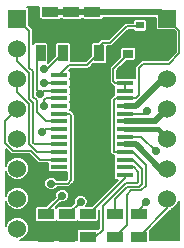
<source format=gtl>
G04 (created by PCBNEW-RS274X (2012-01-19 BZR 3256)-stable) date 2013-01-22 오후 1:13:22*
G01*
G70*
G90*
%MOIN*%
G04 Gerber Fmt 3.4, Leading zero omitted, Abs format*
%FSLAX34Y34*%
G04 APERTURE LIST*
%ADD10C,0.006000*%
%ADD11R,0.055000X0.035000*%
%ADD12R,0.035000X0.055000*%
%ADD13R,0.057900X0.016500*%
%ADD14R,0.122000X0.203900*%
%ADD15C,0.028000*%
%ADD16R,0.027600X0.023600*%
%ADD17R,0.035400X0.027600*%
%ADD18R,0.060000X0.060000*%
%ADD19C,0.060000*%
%ADD20C,0.020000*%
%ADD21C,0.016000*%
G04 APERTURE END LIST*
G54D10*
G54D11*
X44890Y-45475D03*
X44890Y-44725D03*
G54D12*
X44375Y-39350D03*
X43625Y-39350D03*
G54D11*
X42750Y-37975D03*
X42750Y-38725D03*
X44000Y-44725D03*
X44000Y-45475D03*
X44150Y-37975D03*
X44150Y-38725D03*
X43450Y-37975D03*
X43450Y-38725D03*
X43300Y-44725D03*
X43300Y-45475D03*
X42600Y-44725D03*
X42600Y-45475D03*
X45700Y-45475D03*
X45700Y-44725D03*
G54D12*
X43175Y-39350D03*
X42425Y-39350D03*
G54D13*
X45252Y-41878D03*
X45252Y-41622D03*
X45252Y-41366D03*
X45252Y-41110D03*
X43050Y-42642D03*
X45252Y-42646D03*
X45252Y-42390D03*
X45252Y-42134D03*
X43048Y-40854D03*
X43048Y-41110D03*
X43048Y-41366D03*
X43048Y-41622D03*
X43048Y-41878D03*
X43048Y-42134D03*
X45252Y-40854D03*
X43050Y-42390D03*
X45252Y-42902D03*
X45252Y-40598D03*
X43048Y-40598D03*
X43048Y-42902D03*
X45252Y-43157D03*
X45252Y-40343D03*
X43048Y-40343D03*
X43048Y-43157D03*
X45252Y-43413D03*
X45252Y-40087D03*
X43048Y-40087D03*
X43048Y-43413D03*
G54D14*
X44150Y-41750D03*
G54D15*
X43750Y-40950D03*
X44150Y-40950D03*
X44550Y-40950D03*
X43750Y-41350D03*
X44150Y-41350D03*
X44550Y-41350D03*
X43750Y-41750D03*
X44150Y-41750D03*
X44550Y-41750D03*
X43750Y-42150D03*
X44150Y-42150D03*
X44550Y-42150D03*
X43750Y-42550D03*
X44150Y-42550D03*
X44550Y-42550D03*
G54D16*
X45744Y-38428D03*
G54D17*
X45350Y-39372D03*
G54D16*
X44956Y-38428D03*
G54D18*
X41650Y-38200D03*
G54D19*
X41650Y-39200D03*
X41650Y-40200D03*
X41650Y-41200D03*
X41650Y-42200D03*
X41650Y-43200D03*
X41650Y-44200D03*
X41650Y-45200D03*
G54D18*
X46650Y-38200D03*
G54D19*
X46650Y-39200D03*
X46650Y-40200D03*
X46650Y-41200D03*
X46650Y-42200D03*
X46650Y-43200D03*
X46650Y-44200D03*
X46650Y-45200D03*
G54D15*
X42780Y-43700D03*
X42530Y-39880D03*
X43760Y-44300D03*
X46260Y-42610D03*
X43150Y-44100D03*
X45960Y-41280D03*
X42540Y-40340D03*
X42410Y-40700D03*
X42470Y-41980D03*
X44550Y-40500D03*
X43750Y-40100D03*
X44150Y-40100D03*
X44150Y-40500D03*
X44550Y-40100D03*
X44550Y-43100D03*
X43750Y-43100D03*
X44150Y-43100D03*
X44550Y-43500D03*
X43750Y-43500D03*
X44150Y-43500D03*
X43750Y-40500D03*
X45950Y-44320D03*
X42540Y-41120D03*
G54D20*
X45252Y-42390D02*
X45600Y-42390D01*
X46410Y-43200D02*
X46650Y-43200D01*
X45600Y-42390D02*
X46410Y-43200D01*
G54D21*
X45252Y-41878D02*
X46328Y-41878D01*
X46328Y-41878D02*
X46650Y-42200D01*
G54D20*
X46520Y-40200D02*
X46650Y-40200D01*
X45610Y-41110D02*
X46520Y-40200D01*
X45252Y-41110D02*
X45610Y-41110D01*
X46228Y-41622D02*
X46650Y-41200D01*
X45252Y-41622D02*
X46228Y-41622D01*
G54D21*
X46228Y-41622D02*
X46650Y-41200D01*
G54D10*
X44043Y-44725D02*
X44000Y-44725D01*
X45252Y-43510D02*
X45252Y-43516D01*
X45252Y-43510D02*
X45252Y-43413D01*
X45252Y-43516D02*
X44043Y-44725D01*
X44490Y-44450D02*
X45260Y-43680D01*
X45680Y-43310D02*
X45680Y-43646D01*
X44000Y-45475D02*
X44255Y-45475D01*
X45260Y-43680D02*
X45646Y-43680D01*
X45252Y-43157D02*
X45527Y-43157D01*
X45680Y-43646D02*
X45646Y-43680D01*
X44255Y-45475D02*
X44490Y-45240D01*
X45527Y-43157D02*
X45680Y-43310D01*
X44490Y-45240D02*
X44490Y-44450D01*
X43386Y-41366D02*
X43440Y-41420D01*
X43048Y-41366D02*
X43386Y-41366D01*
X43440Y-41420D02*
X43440Y-43590D01*
X42780Y-43700D02*
X43330Y-43700D01*
X43330Y-43700D02*
X43440Y-43590D01*
X42172Y-39960D02*
X42050Y-39838D01*
X42302Y-41310D02*
X42302Y-40930D01*
X42050Y-39838D02*
X42050Y-38600D01*
X42050Y-38600D02*
X41650Y-38200D01*
X43048Y-41622D02*
X42614Y-41622D01*
X42172Y-40800D02*
X42172Y-39960D01*
X42614Y-41622D02*
X42302Y-41310D01*
X42302Y-40930D02*
X42172Y-40800D01*
X46650Y-44525D02*
X46650Y-44200D01*
X45700Y-45475D02*
X46650Y-44525D01*
X43175Y-39350D02*
X42645Y-39880D01*
X42645Y-39880D02*
X42530Y-39880D01*
X43300Y-44725D02*
X43335Y-44725D01*
X45252Y-42134D02*
X45784Y-42134D01*
X45784Y-42134D02*
X46260Y-42610D01*
X43335Y-44725D02*
X43760Y-44300D01*
X42600Y-44650D02*
X43150Y-44100D01*
X45874Y-41366D02*
X45960Y-41280D01*
X45252Y-41366D02*
X45874Y-41366D01*
X42600Y-44725D02*
X42600Y-44650D01*
X42232Y-42390D02*
X42180Y-42338D01*
X41650Y-39610D02*
X41650Y-39200D01*
X43050Y-42390D02*
X42232Y-42390D01*
X42050Y-40868D02*
X42050Y-40010D01*
X42180Y-40998D02*
X42050Y-40868D01*
X42180Y-42338D02*
X42180Y-40998D01*
X42050Y-40010D02*
X41650Y-39610D01*
X41650Y-40640D02*
X41650Y-40200D01*
X42312Y-42642D02*
X42050Y-42380D01*
X42050Y-42380D02*
X42050Y-41040D01*
X43050Y-42642D02*
X42312Y-42642D01*
X42050Y-41040D02*
X41650Y-40640D01*
X41250Y-41600D02*
X41650Y-41200D01*
X41490Y-42600D02*
X41250Y-42360D01*
X42392Y-42902D02*
X42090Y-42600D01*
X43048Y-42902D02*
X42392Y-42902D01*
X42090Y-42600D02*
X41490Y-42600D01*
X41250Y-42360D02*
X41250Y-41600D01*
X45252Y-40343D02*
X44907Y-40343D01*
X44850Y-39872D02*
X45350Y-39372D01*
X44850Y-40286D02*
X44850Y-39872D01*
X44907Y-40343D02*
X44850Y-40286D01*
X45252Y-40598D02*
X45252Y-40343D01*
X42540Y-40340D02*
X42783Y-40343D01*
X42783Y-40343D02*
X43048Y-40343D01*
X42512Y-40598D02*
X43048Y-40598D01*
X42294Y-39481D02*
X42425Y-39350D01*
X42410Y-40700D02*
X42294Y-40584D01*
X42294Y-40584D02*
X42294Y-39481D01*
X42410Y-40700D02*
X42512Y-40598D01*
X42572Y-41878D02*
X42470Y-41980D01*
X43048Y-41878D02*
X42572Y-41878D01*
X45802Y-43202D02*
X45802Y-43708D01*
X45802Y-43708D02*
X45708Y-43802D01*
X45310Y-43802D02*
X44890Y-44222D01*
X45252Y-42902D02*
X45502Y-42902D01*
X44890Y-44222D02*
X44890Y-44725D01*
X45708Y-43802D02*
X45310Y-43802D01*
X45502Y-42902D02*
X45802Y-43202D01*
X45297Y-38453D02*
X45300Y-38453D01*
X44500Y-39000D02*
X44750Y-39000D01*
X43975Y-39750D02*
X44375Y-39350D01*
X44275Y-39225D02*
X44500Y-39000D01*
X43385Y-39750D02*
X43975Y-39750D01*
X44375Y-39350D02*
X44275Y-39225D01*
X43048Y-40087D02*
X43385Y-39750D01*
X44750Y-39000D02*
X45297Y-38453D01*
X45719Y-38453D02*
X45744Y-38428D01*
X45300Y-38453D02*
X45719Y-38453D01*
X44150Y-41750D02*
X43750Y-41350D01*
X43750Y-42150D02*
X43750Y-43500D01*
X43750Y-41350D02*
X43750Y-41100D01*
X44150Y-40100D02*
X44550Y-40100D01*
X44550Y-43100D02*
X44150Y-43100D01*
X43750Y-41350D02*
X43750Y-40100D01*
X44550Y-40500D02*
X44150Y-40500D01*
X44150Y-43500D02*
X44550Y-43500D01*
X44150Y-41750D02*
X43750Y-42150D01*
X43048Y-40854D02*
X42604Y-40854D01*
X42540Y-40918D02*
X42604Y-40854D01*
X45700Y-44570D02*
X45950Y-44320D01*
X42604Y-40854D02*
X43048Y-40854D01*
X45700Y-44725D02*
X45700Y-44570D01*
X42540Y-41120D02*
X42540Y-40918D01*
X46590Y-39700D02*
X46710Y-39700D01*
X47050Y-38600D02*
X46650Y-38200D01*
X47050Y-39360D02*
X47050Y-38600D01*
X46710Y-39700D02*
X47050Y-39360D01*
X44926Y-40854D02*
X45252Y-40854D01*
G54D20*
X46425Y-37975D02*
X46650Y-38200D01*
G54D10*
X45700Y-39850D02*
X45850Y-39700D01*
X45850Y-39700D02*
X46590Y-39700D01*
X44860Y-40920D02*
X44926Y-40854D01*
G54D20*
X42750Y-37975D02*
X46425Y-37975D01*
G54D10*
X44860Y-42620D02*
X44860Y-40920D01*
X45252Y-42646D02*
X44886Y-42646D01*
G54D20*
X44150Y-37975D02*
X46425Y-37975D01*
G54D10*
X44886Y-42646D02*
X44860Y-42620D01*
X45596Y-40854D02*
X45700Y-40750D01*
G54D20*
X46425Y-37975D02*
X46650Y-38200D01*
X43450Y-37975D02*
X44150Y-37975D01*
G54D10*
X45252Y-42646D02*
X45496Y-42646D01*
X45700Y-40750D02*
X45700Y-39850D01*
X45252Y-40854D02*
X45596Y-40854D01*
X45766Y-43924D02*
X45456Y-43924D01*
X45290Y-45075D02*
X44890Y-45475D01*
X45456Y-43924D02*
X45290Y-44090D01*
X45496Y-42646D02*
X45924Y-43074D01*
X45290Y-44090D02*
X45290Y-45075D01*
X45924Y-43074D02*
X45924Y-43766D01*
X45924Y-43766D02*
X45766Y-43924D01*
G36*
X46930Y-39310D02*
X46660Y-39580D01*
X46590Y-39580D01*
X45850Y-39580D01*
X45804Y-39589D01*
X45765Y-39615D01*
X45615Y-39765D01*
X45589Y-39804D01*
X45580Y-39850D01*
X45580Y-40180D01*
X45558Y-40172D01*
X45523Y-40172D01*
X44970Y-40172D01*
X44970Y-39922D01*
X45293Y-39599D01*
X45545Y-39599D01*
X45578Y-39585D01*
X45603Y-39560D01*
X45616Y-39527D01*
X45616Y-39492D01*
X45616Y-39216D01*
X45602Y-39183D01*
X45577Y-39158D01*
X45544Y-39145D01*
X45509Y-39145D01*
X45155Y-39145D01*
X45122Y-39159D01*
X45097Y-39184D01*
X45084Y-39217D01*
X45084Y-39252D01*
X45084Y-39468D01*
X44765Y-39787D01*
X44739Y-39826D01*
X44730Y-39872D01*
X44730Y-40286D01*
X44739Y-40332D01*
X44765Y-40371D01*
X44820Y-40425D01*
X44822Y-40428D01*
X44861Y-40454D01*
X44880Y-40457D01*
X44885Y-40469D01*
X44874Y-40499D01*
X44874Y-40534D01*
X44874Y-40698D01*
X44885Y-40725D01*
X44878Y-40744D01*
X44841Y-40769D01*
X44775Y-40835D01*
X44749Y-40874D01*
X44740Y-40920D01*
X44740Y-42620D01*
X44749Y-42666D01*
X44775Y-42705D01*
X44799Y-42728D01*
X44801Y-42731D01*
X44839Y-42756D01*
X44840Y-42757D01*
X44876Y-42764D01*
X44882Y-42765D01*
X44885Y-42773D01*
X44874Y-42803D01*
X44874Y-42838D01*
X44874Y-43002D01*
X44885Y-43028D01*
X44874Y-43058D01*
X44874Y-43093D01*
X44874Y-43257D01*
X44885Y-43284D01*
X44874Y-43314D01*
X44874Y-43349D01*
X44874Y-43513D01*
X44888Y-43546D01*
X44913Y-43571D01*
X44946Y-43584D01*
X44981Y-43584D01*
X45014Y-43584D01*
X44137Y-44461D01*
X43924Y-44461D01*
X43954Y-44431D01*
X43990Y-44346D01*
X43990Y-44255D01*
X43955Y-44170D01*
X43891Y-44106D01*
X43806Y-44070D01*
X43715Y-44070D01*
X43630Y-44105D01*
X43566Y-44169D01*
X43530Y-44254D01*
X43530Y-44345D01*
X43534Y-44355D01*
X43429Y-44461D01*
X43007Y-44461D01*
X42974Y-44475D01*
X42950Y-44499D01*
X42935Y-44484D01*
X43093Y-44325D01*
X43104Y-44330D01*
X43195Y-44330D01*
X43280Y-44295D01*
X43344Y-44231D01*
X43380Y-44146D01*
X43380Y-44055D01*
X43345Y-43970D01*
X43281Y-43906D01*
X43196Y-43870D01*
X43105Y-43870D01*
X43020Y-43905D01*
X42956Y-43969D01*
X42920Y-44054D01*
X42920Y-44145D01*
X42924Y-44156D01*
X42619Y-44461D01*
X42307Y-44461D01*
X42274Y-44475D01*
X42249Y-44500D01*
X42236Y-44533D01*
X42236Y-44568D01*
X42236Y-44918D01*
X42250Y-44951D01*
X42275Y-44976D01*
X42308Y-44989D01*
X42343Y-44989D01*
X42893Y-44989D01*
X42926Y-44975D01*
X42950Y-44951D01*
X42975Y-44976D01*
X43008Y-44989D01*
X43043Y-44989D01*
X43593Y-44989D01*
X43626Y-44975D01*
X43650Y-44951D01*
X43675Y-44976D01*
X43708Y-44989D01*
X43743Y-44989D01*
X44293Y-44989D01*
X44326Y-44975D01*
X44351Y-44950D01*
X44364Y-44917D01*
X44364Y-44882D01*
X44364Y-44573D01*
X44370Y-44567D01*
X44370Y-45190D01*
X44330Y-45229D01*
X44325Y-45224D01*
X44292Y-45211D01*
X44257Y-45211D01*
X43707Y-45211D01*
X43674Y-45225D01*
X43649Y-45250D01*
X43636Y-45283D01*
X43636Y-45318D01*
X43636Y-45585D01*
X41736Y-45585D01*
X41870Y-45530D01*
X41980Y-45421D01*
X42039Y-45278D01*
X42039Y-45123D01*
X41980Y-44980D01*
X41871Y-44870D01*
X41728Y-44811D01*
X41573Y-44811D01*
X41430Y-44870D01*
X41320Y-44979D01*
X41265Y-45112D01*
X41265Y-44286D01*
X41320Y-44420D01*
X41429Y-44530D01*
X41572Y-44589D01*
X41727Y-44589D01*
X41870Y-44530D01*
X41980Y-44421D01*
X42039Y-44278D01*
X42039Y-44123D01*
X41980Y-43980D01*
X41871Y-43870D01*
X41728Y-43811D01*
X41573Y-43811D01*
X41430Y-43870D01*
X41320Y-43979D01*
X41265Y-44112D01*
X41265Y-43286D01*
X41320Y-43420D01*
X41429Y-43530D01*
X41572Y-43589D01*
X41727Y-43589D01*
X41870Y-43530D01*
X41980Y-43421D01*
X42039Y-43278D01*
X42039Y-43123D01*
X41980Y-42980D01*
X41871Y-42870D01*
X41728Y-42811D01*
X41573Y-42811D01*
X41430Y-42870D01*
X41320Y-42979D01*
X41265Y-43112D01*
X41265Y-42545D01*
X41405Y-42685D01*
X41444Y-42711D01*
X41490Y-42720D01*
X42040Y-42720D01*
X42307Y-42987D01*
X42346Y-43013D01*
X42392Y-43022D01*
X42678Y-43022D01*
X42681Y-43028D01*
X42670Y-43058D01*
X42670Y-43093D01*
X42670Y-43257D01*
X42684Y-43290D01*
X42709Y-43315D01*
X42742Y-43328D01*
X42777Y-43328D01*
X43320Y-43328D01*
X43320Y-43540D01*
X43280Y-43580D01*
X42979Y-43580D01*
X42975Y-43570D01*
X42911Y-43506D01*
X42826Y-43470D01*
X42735Y-43470D01*
X42650Y-43505D01*
X42586Y-43569D01*
X42550Y-43654D01*
X42550Y-43745D01*
X42585Y-43830D01*
X42649Y-43894D01*
X42734Y-43930D01*
X42825Y-43930D01*
X42910Y-43895D01*
X42974Y-43831D01*
X42978Y-43820D01*
X43330Y-43820D01*
X43376Y-43811D01*
X43415Y-43785D01*
X43522Y-43676D01*
X43524Y-43675D01*
X43525Y-43675D01*
X43551Y-43636D01*
X43560Y-43590D01*
X43560Y-41420D01*
X43551Y-41374D01*
X43525Y-41335D01*
X43471Y-41281D01*
X43432Y-41255D01*
X43420Y-41252D01*
X43414Y-41238D01*
X43426Y-41209D01*
X43426Y-41174D01*
X43426Y-41010D01*
X43414Y-40982D01*
X43426Y-40953D01*
X43426Y-40918D01*
X43426Y-40754D01*
X43414Y-40726D01*
X43426Y-40697D01*
X43426Y-40662D01*
X43426Y-40498D01*
X43414Y-40471D01*
X43426Y-40442D01*
X43426Y-40407D01*
X43426Y-40243D01*
X43414Y-40215D01*
X43426Y-40186D01*
X43426Y-40151D01*
X43426Y-39987D01*
X43412Y-39954D01*
X43387Y-39929D01*
X43378Y-39925D01*
X43434Y-39870D01*
X43975Y-39870D01*
X44021Y-39861D01*
X44060Y-39835D01*
X44181Y-39713D01*
X44183Y-39714D01*
X44218Y-39714D01*
X44568Y-39714D01*
X44601Y-39700D01*
X44626Y-39675D01*
X44639Y-39642D01*
X44639Y-39607D01*
X44639Y-39120D01*
X44750Y-39120D01*
X44796Y-39111D01*
X44835Y-39085D01*
X45346Y-38573D01*
X45520Y-38573D01*
X45531Y-38597D01*
X45556Y-38622D01*
X45589Y-38635D01*
X45624Y-38635D01*
X45900Y-38635D01*
X45933Y-38621D01*
X45958Y-38596D01*
X45971Y-38563D01*
X45971Y-38528D01*
X45971Y-38292D01*
X45957Y-38259D01*
X45932Y-38234D01*
X45899Y-38221D01*
X45864Y-38221D01*
X45588Y-38221D01*
X45555Y-38235D01*
X45530Y-38260D01*
X45517Y-38293D01*
X45517Y-38328D01*
X45517Y-38333D01*
X45300Y-38333D01*
X45298Y-38333D01*
X45297Y-38333D01*
X45251Y-38342D01*
X45212Y-38368D01*
X45210Y-38370D01*
X44700Y-38880D01*
X44500Y-38880D01*
X44454Y-38889D01*
X44415Y-38915D01*
X44344Y-38986D01*
X44182Y-38986D01*
X44149Y-39000D01*
X44124Y-39025D01*
X44111Y-39058D01*
X44111Y-39093D01*
X44111Y-39444D01*
X43925Y-39630D01*
X43439Y-39630D01*
X43439Y-39607D01*
X43439Y-39057D01*
X43425Y-39024D01*
X43400Y-38999D01*
X43367Y-38986D01*
X43332Y-38986D01*
X42982Y-38986D01*
X42949Y-39000D01*
X42924Y-39025D01*
X42911Y-39058D01*
X42911Y-39093D01*
X42911Y-39444D01*
X42665Y-39690D01*
X42663Y-39688D01*
X42676Y-39675D01*
X42689Y-39642D01*
X42689Y-39607D01*
X42689Y-39057D01*
X42675Y-39024D01*
X42650Y-38999D01*
X42617Y-38986D01*
X42582Y-38986D01*
X42232Y-38986D01*
X42199Y-39000D01*
X42174Y-39025D01*
X42170Y-39035D01*
X42170Y-38600D01*
X42161Y-38554D01*
X42135Y-38515D01*
X42132Y-38513D01*
X42039Y-38419D01*
X42039Y-37882D01*
X42025Y-37849D01*
X42000Y-37824D01*
X41977Y-37815D01*
X42386Y-37815D01*
X42386Y-37818D01*
X42386Y-38168D01*
X42400Y-38201D01*
X42425Y-38226D01*
X42458Y-38239D01*
X42493Y-38239D01*
X43043Y-38239D01*
X43076Y-38225D01*
X43100Y-38201D01*
X43125Y-38226D01*
X43158Y-38239D01*
X43193Y-38239D01*
X43743Y-38239D01*
X43776Y-38225D01*
X43800Y-38201D01*
X43825Y-38226D01*
X43858Y-38239D01*
X43893Y-38239D01*
X44443Y-38239D01*
X44476Y-38225D01*
X44501Y-38200D01*
X44514Y-38167D01*
X44514Y-38165D01*
X46261Y-38165D01*
X46261Y-38518D01*
X46275Y-38551D01*
X46300Y-38576D01*
X46333Y-38589D01*
X46368Y-38589D01*
X46869Y-38589D01*
X46930Y-38649D01*
X46930Y-39310D01*
X46930Y-39310D01*
G37*
X46930Y-39310D02*
X46660Y-39580D01*
X46590Y-39580D01*
X45850Y-39580D01*
X45804Y-39589D01*
X45765Y-39615D01*
X45615Y-39765D01*
X45589Y-39804D01*
X45580Y-39850D01*
X45580Y-40180D01*
X45558Y-40172D01*
X45523Y-40172D01*
X44970Y-40172D01*
X44970Y-39922D01*
X45293Y-39599D01*
X45545Y-39599D01*
X45578Y-39585D01*
X45603Y-39560D01*
X45616Y-39527D01*
X45616Y-39492D01*
X45616Y-39216D01*
X45602Y-39183D01*
X45577Y-39158D01*
X45544Y-39145D01*
X45509Y-39145D01*
X45155Y-39145D01*
X45122Y-39159D01*
X45097Y-39184D01*
X45084Y-39217D01*
X45084Y-39252D01*
X45084Y-39468D01*
X44765Y-39787D01*
X44739Y-39826D01*
X44730Y-39872D01*
X44730Y-40286D01*
X44739Y-40332D01*
X44765Y-40371D01*
X44820Y-40425D01*
X44822Y-40428D01*
X44861Y-40454D01*
X44880Y-40457D01*
X44885Y-40469D01*
X44874Y-40499D01*
X44874Y-40534D01*
X44874Y-40698D01*
X44885Y-40725D01*
X44878Y-40744D01*
X44841Y-40769D01*
X44775Y-40835D01*
X44749Y-40874D01*
X44740Y-40920D01*
X44740Y-42620D01*
X44749Y-42666D01*
X44775Y-42705D01*
X44799Y-42728D01*
X44801Y-42731D01*
X44839Y-42756D01*
X44840Y-42757D01*
X44876Y-42764D01*
X44882Y-42765D01*
X44885Y-42773D01*
X44874Y-42803D01*
X44874Y-42838D01*
X44874Y-43002D01*
X44885Y-43028D01*
X44874Y-43058D01*
X44874Y-43093D01*
X44874Y-43257D01*
X44885Y-43284D01*
X44874Y-43314D01*
X44874Y-43349D01*
X44874Y-43513D01*
X44888Y-43546D01*
X44913Y-43571D01*
X44946Y-43584D01*
X44981Y-43584D01*
X45014Y-43584D01*
X44137Y-44461D01*
X43924Y-44461D01*
X43954Y-44431D01*
X43990Y-44346D01*
X43990Y-44255D01*
X43955Y-44170D01*
X43891Y-44106D01*
X43806Y-44070D01*
X43715Y-44070D01*
X43630Y-44105D01*
X43566Y-44169D01*
X43530Y-44254D01*
X43530Y-44345D01*
X43534Y-44355D01*
X43429Y-44461D01*
X43007Y-44461D01*
X42974Y-44475D01*
X42950Y-44499D01*
X42935Y-44484D01*
X43093Y-44325D01*
X43104Y-44330D01*
X43195Y-44330D01*
X43280Y-44295D01*
X43344Y-44231D01*
X43380Y-44146D01*
X43380Y-44055D01*
X43345Y-43970D01*
X43281Y-43906D01*
X43196Y-43870D01*
X43105Y-43870D01*
X43020Y-43905D01*
X42956Y-43969D01*
X42920Y-44054D01*
X42920Y-44145D01*
X42924Y-44156D01*
X42619Y-44461D01*
X42307Y-44461D01*
X42274Y-44475D01*
X42249Y-44500D01*
X42236Y-44533D01*
X42236Y-44568D01*
X42236Y-44918D01*
X42250Y-44951D01*
X42275Y-44976D01*
X42308Y-44989D01*
X42343Y-44989D01*
X42893Y-44989D01*
X42926Y-44975D01*
X42950Y-44951D01*
X42975Y-44976D01*
X43008Y-44989D01*
X43043Y-44989D01*
X43593Y-44989D01*
X43626Y-44975D01*
X43650Y-44951D01*
X43675Y-44976D01*
X43708Y-44989D01*
X43743Y-44989D01*
X44293Y-44989D01*
X44326Y-44975D01*
X44351Y-44950D01*
X44364Y-44917D01*
X44364Y-44882D01*
X44364Y-44573D01*
X44370Y-44567D01*
X44370Y-45190D01*
X44330Y-45229D01*
X44325Y-45224D01*
X44292Y-45211D01*
X44257Y-45211D01*
X43707Y-45211D01*
X43674Y-45225D01*
X43649Y-45250D01*
X43636Y-45283D01*
X43636Y-45318D01*
X43636Y-45585D01*
X41736Y-45585D01*
X41870Y-45530D01*
X41980Y-45421D01*
X42039Y-45278D01*
X42039Y-45123D01*
X41980Y-44980D01*
X41871Y-44870D01*
X41728Y-44811D01*
X41573Y-44811D01*
X41430Y-44870D01*
X41320Y-44979D01*
X41265Y-45112D01*
X41265Y-44286D01*
X41320Y-44420D01*
X41429Y-44530D01*
X41572Y-44589D01*
X41727Y-44589D01*
X41870Y-44530D01*
X41980Y-44421D01*
X42039Y-44278D01*
X42039Y-44123D01*
X41980Y-43980D01*
X41871Y-43870D01*
X41728Y-43811D01*
X41573Y-43811D01*
X41430Y-43870D01*
X41320Y-43979D01*
X41265Y-44112D01*
X41265Y-43286D01*
X41320Y-43420D01*
X41429Y-43530D01*
X41572Y-43589D01*
X41727Y-43589D01*
X41870Y-43530D01*
X41980Y-43421D01*
X42039Y-43278D01*
X42039Y-43123D01*
X41980Y-42980D01*
X41871Y-42870D01*
X41728Y-42811D01*
X41573Y-42811D01*
X41430Y-42870D01*
X41320Y-42979D01*
X41265Y-43112D01*
X41265Y-42545D01*
X41405Y-42685D01*
X41444Y-42711D01*
X41490Y-42720D01*
X42040Y-42720D01*
X42307Y-42987D01*
X42346Y-43013D01*
X42392Y-43022D01*
X42678Y-43022D01*
X42681Y-43028D01*
X42670Y-43058D01*
X42670Y-43093D01*
X42670Y-43257D01*
X42684Y-43290D01*
X42709Y-43315D01*
X42742Y-43328D01*
X42777Y-43328D01*
X43320Y-43328D01*
X43320Y-43540D01*
X43280Y-43580D01*
X42979Y-43580D01*
X42975Y-43570D01*
X42911Y-43506D01*
X42826Y-43470D01*
X42735Y-43470D01*
X42650Y-43505D01*
X42586Y-43569D01*
X42550Y-43654D01*
X42550Y-43745D01*
X42585Y-43830D01*
X42649Y-43894D01*
X42734Y-43930D01*
X42825Y-43930D01*
X42910Y-43895D01*
X42974Y-43831D01*
X42978Y-43820D01*
X43330Y-43820D01*
X43376Y-43811D01*
X43415Y-43785D01*
X43522Y-43676D01*
X43524Y-43675D01*
X43525Y-43675D01*
X43551Y-43636D01*
X43560Y-43590D01*
X43560Y-41420D01*
X43551Y-41374D01*
X43525Y-41335D01*
X43471Y-41281D01*
X43432Y-41255D01*
X43420Y-41252D01*
X43414Y-41238D01*
X43426Y-41209D01*
X43426Y-41174D01*
X43426Y-41010D01*
X43414Y-40982D01*
X43426Y-40953D01*
X43426Y-40918D01*
X43426Y-40754D01*
X43414Y-40726D01*
X43426Y-40697D01*
X43426Y-40662D01*
X43426Y-40498D01*
X43414Y-40471D01*
X43426Y-40442D01*
X43426Y-40407D01*
X43426Y-40243D01*
X43414Y-40215D01*
X43426Y-40186D01*
X43426Y-40151D01*
X43426Y-39987D01*
X43412Y-39954D01*
X43387Y-39929D01*
X43378Y-39925D01*
X43434Y-39870D01*
X43975Y-39870D01*
X44021Y-39861D01*
X44060Y-39835D01*
X44181Y-39713D01*
X44183Y-39714D01*
X44218Y-39714D01*
X44568Y-39714D01*
X44601Y-39700D01*
X44626Y-39675D01*
X44639Y-39642D01*
X44639Y-39607D01*
X44639Y-39120D01*
X44750Y-39120D01*
X44796Y-39111D01*
X44835Y-39085D01*
X45346Y-38573D01*
X45520Y-38573D01*
X45531Y-38597D01*
X45556Y-38622D01*
X45589Y-38635D01*
X45624Y-38635D01*
X45900Y-38635D01*
X45933Y-38621D01*
X45958Y-38596D01*
X45971Y-38563D01*
X45971Y-38528D01*
X45971Y-38292D01*
X45957Y-38259D01*
X45932Y-38234D01*
X45899Y-38221D01*
X45864Y-38221D01*
X45588Y-38221D01*
X45555Y-38235D01*
X45530Y-38260D01*
X45517Y-38293D01*
X45517Y-38328D01*
X45517Y-38333D01*
X45300Y-38333D01*
X45298Y-38333D01*
X45297Y-38333D01*
X45251Y-38342D01*
X45212Y-38368D01*
X45210Y-38370D01*
X44700Y-38880D01*
X44500Y-38880D01*
X44454Y-38889D01*
X44415Y-38915D01*
X44344Y-38986D01*
X44182Y-38986D01*
X44149Y-39000D01*
X44124Y-39025D01*
X44111Y-39058D01*
X44111Y-39093D01*
X44111Y-39444D01*
X43925Y-39630D01*
X43439Y-39630D01*
X43439Y-39607D01*
X43439Y-39057D01*
X43425Y-39024D01*
X43400Y-38999D01*
X43367Y-38986D01*
X43332Y-38986D01*
X42982Y-38986D01*
X42949Y-39000D01*
X42924Y-39025D01*
X42911Y-39058D01*
X42911Y-39093D01*
X42911Y-39444D01*
X42665Y-39690D01*
X42663Y-39688D01*
X42676Y-39675D01*
X42689Y-39642D01*
X42689Y-39607D01*
X42689Y-39057D01*
X42675Y-39024D01*
X42650Y-38999D01*
X42617Y-38986D01*
X42582Y-38986D01*
X42232Y-38986D01*
X42199Y-39000D01*
X42174Y-39025D01*
X42170Y-39035D01*
X42170Y-38600D01*
X42161Y-38554D01*
X42135Y-38515D01*
X42132Y-38513D01*
X42039Y-38419D01*
X42039Y-37882D01*
X42025Y-37849D01*
X42000Y-37824D01*
X41977Y-37815D01*
X42386Y-37815D01*
X42386Y-37818D01*
X42386Y-38168D01*
X42400Y-38201D01*
X42425Y-38226D01*
X42458Y-38239D01*
X42493Y-38239D01*
X43043Y-38239D01*
X43076Y-38225D01*
X43100Y-38201D01*
X43125Y-38226D01*
X43158Y-38239D01*
X43193Y-38239D01*
X43743Y-38239D01*
X43776Y-38225D01*
X43800Y-38201D01*
X43825Y-38226D01*
X43858Y-38239D01*
X43893Y-38239D01*
X44443Y-38239D01*
X44476Y-38225D01*
X44501Y-38200D01*
X44514Y-38167D01*
X44514Y-38165D01*
X46261Y-38165D01*
X46261Y-38518D01*
X46275Y-38551D01*
X46300Y-38576D01*
X46333Y-38589D01*
X46368Y-38589D01*
X46869Y-38589D01*
X46930Y-38649D01*
X46930Y-39310D01*
G36*
X47035Y-45585D02*
X46064Y-45585D01*
X46064Y-45282D01*
X46063Y-45281D01*
X46732Y-44611D01*
X46734Y-44610D01*
X46735Y-44610D01*
X46757Y-44576D01*
X46870Y-44530D01*
X46980Y-44421D01*
X47035Y-44287D01*
X47035Y-45585D01*
X47035Y-45585D01*
G37*
X47035Y-45585D02*
X46064Y-45585D01*
X46064Y-45282D01*
X46063Y-45281D01*
X46732Y-44611D01*
X46734Y-44610D01*
X46735Y-44610D01*
X46757Y-44576D01*
X46870Y-44530D01*
X46980Y-44421D01*
X47035Y-44287D01*
X47035Y-45585D01*
M02*

</source>
